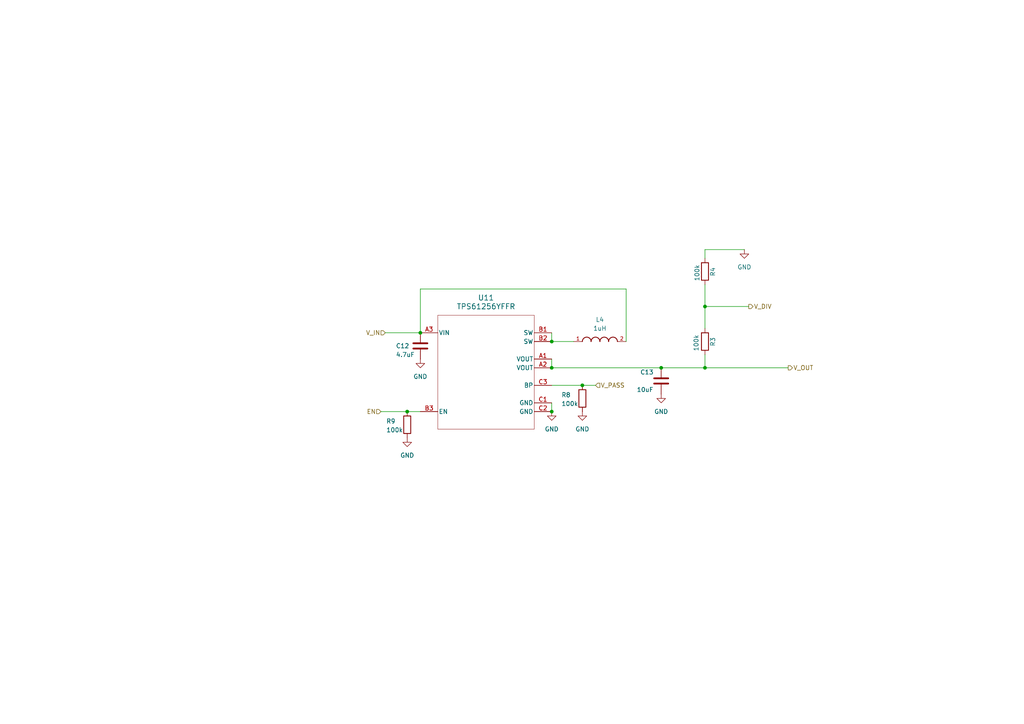
<source format=kicad_sch>
(kicad_sch (version 20250114) (generator "eeschema") (generator_version "9.0")
  (paper "A4")
  (lib_symbols
    (symbol "Boost_SP:TPS61256YFFR" (pin_names (offset 0.254))
      (property "Reference" "U" (at 0 2.54 0))
      (property "Value" "TPS61256YFFR" (at 0 0 0))
      (symbol "TPS61256YFFR_0_1"
        (polyline (pts (xy -12.7 15.24) (xy -12.7 -17.78)) (stroke (width 0.1016)))
        (polyline (pts (xy -12.7 -17.78) (xy 15.24 -17.78)) (stroke (width 0.1016)))
        (polyline (pts (xy 15.24 15.24) (xy -12.7 15.24)) (stroke (width 0.1016)))
        (polyline (pts (xy 15.24 -17.78) (xy 15.24 15.24)) (stroke (width 0.1016)))
        (pin power_in line (at -17.78 10.16 0) (length 5.08) (name "VIN") (number "A3"))
        (pin input line (at -17.78 -12.7 0) (length 5.08) (name "EN") (number "B3"))
        (pin bidirectional line (at 20.32 10.16 180) (length 5.08) (name "SW") (number "B1"))
        (pin bidirectional line (at 20.32 7.62 180) (length 5.08) (name "SW") (number "B2"))
        (pin power_in line (at 20.32 2.54 180) (length 5.08) (name "VOUT") (number "A1"))
        (pin power_in line (at 20.32 0 180) (length 5.08) (name "VOUT") (number "A2"))
        (pin input line (at 20.32 -5.08 180) (length 5.08) (name "BP") (number "C3"))
        (pin power_in line (at 20.32 -10.16 180) (length 5.08) (name "GND") (number "C1"))
        (pin power_in line (at 20.32 -12.7 180) (length 5.08) (name "GND") (number "C2"))
      )
    )
    (symbol "Device:C" (pin_numbers (hide yes)) (pin_names (offset 0.254))
      (property "Reference" "C" (at 0.635 2.54 0))
      (property "Value" "C" (at 0.635 -2.54 0))
      (symbol "C_0_1"
        (polyline (pts (xy -2.032 0.762) (xy 2.032 0.762)) (stroke (width 0.508)))
        (polyline (pts (xy -2.032 -0.762) (xy 2.032 -0.762)) (stroke (width 0.508)))
      )
      (symbol "C_1_1"
        (pin passive line (at 0 3.81 270) (length 2.794) (name "~") (number "1"))
        (pin passive line (at 0 -3.81 90) (length 2.794) (name "~") (number "2"))
      )
    )
    (symbol "Device:R" (pin_numbers (hide yes)) (pin_names (offset 0))
      (property "Reference" "R" (at 2.032 0 90))
      (property "Value" "R" (at 0 0 90))
      (symbol "R_0_1"
        (rectangle (start -1.016 -2.54) (end 1.016 2.54) (stroke (width 0.254)))
      )
      (symbol "R_1_1"
        (pin passive line (at 0 3.81 270) (length 1.27) (name "~") (number "1"))
        (pin passive line (at 0 -3.81 90) (length 1.27) (name "~") (number "2"))
      )
    )
    (symbol "LB3218T1R0M:LB3218T1R0M" (pin_names (offset 1.016))
      (property "Reference" "L" (at -7.62 5.08 0))
      (property "Value" "LB3218T1R0M" (at -7.62 2.54 0))
      (symbol "LB3218T1R0M_0_0"
        (arc (start -5.08 0) (mid -3.81 1.2645) (end -2.54 0) (stroke (width 0.254)))
        (arc (start -2.54 0) (mid -1.27 1.2645) (end 0 0) (stroke (width 0.254)))
        (arc (start 0 0) (mid 1.27 1.2645) (end 2.54 0) (stroke (width 0.254)))
        (arc (start 2.54 0) (mid 3.81 1.2645) (end 5.08 0) (stroke (width 0.254)))
        (pin passive line (at -7.62 0 0) (length 2.54) (name "~") (number "1"))
        (pin passive line (at 7.62 0 180) (length 2.54) (name "~") (number "2"))
      )
    )
    (symbol "power:GND" (power) (pin_numbers (hide yes)) (pin_names (offset 0) (hide yes))
      (property "Value" "GND" (at 0 -3.81 0))
      (symbol "GND_0_1"
        (polyline (pts (xy 0 0) (xy 0 -1.27) (xy 1.27 -1.27) (xy 0 -2.54) (xy -1.27 -1.27) (xy 0 -1.27)))
      )
      (symbol "GND_1_1"
        (pin power_in line (at 0 0 270) (length 0) (name "~") (number "1"))
      )
    )
  )
  (junction (at 160.02 106.68))
  (junction (at 191.77 106.68))
  (junction (at 121.92 96.52))
  (junction (at 204.47 88.9))
  (junction (at 204.47 106.68))
  (junction (at 118.11 119.38))
  (junction (at 160.02 119.38))
  (junction (at 160.02 99.06))
  (junction (at 168.91 111.76))
  (wire (pts (xy 204.47 72.39) (xy 215.9 72.39)))
  (wire (pts (xy 121.92 83.82) (xy 121.92 96.52)))
  (wire (pts (xy 191.77 106.68) (xy 204.47 106.68)))
  (wire (pts (xy 204.47 72.39) (xy 204.47 74.93)))
  (wire (pts (xy 160.02 111.76) (xy 168.91 111.76)))
  (wire (pts (xy 168.91 111.76) (xy 172.72 111.76)))
  (wire (pts (xy 181.61 99.06) (xy 181.61 83.82)))
  (wire (pts (xy 160.02 99.06) (xy 166.37 99.06)))
  (wire (pts (xy 118.11 119.38) (xy 121.92 119.38)))
  (wire (pts (xy 111.76 96.52) (xy 121.92 96.52)))
  (wire (pts (xy 204.47 102.87) (xy 204.47 106.68)))
  (wire (pts (xy 110.49 119.38) (xy 118.11 119.38)))
  (wire (pts (xy 204.47 82.55) (xy 204.47 88.9)))
  (wire (pts (xy 160.02 96.52) (xy 160.02 99.06)))
  (wire (pts (xy 181.61 83.82) (xy 121.92 83.82)))
  (wire (pts (xy 160.02 116.84) (xy 160.02 119.38)))
  (wire (pts (xy 160.02 106.68) (xy 191.77 106.68)))
  (wire (pts (xy 160.02 104.14) (xy 160.02 106.68)))
  (wire (pts (xy 204.47 106.68) (xy 228.6 106.68)))
  (wire (pts (xy 204.47 88.9) (xy 204.47 95.25)))
  (wire (pts (xy 204.47 88.9) (xy 217.17 88.9)))
  (hierarchical_label "V_PASS" (shape input) (at 172.72 111.76 0))
  (hierarchical_label "V_IN" (shape input) (at 111.76 96.52 180))
  (hierarchical_label "EN" (shape input) (at 110.49 119.38 180))
  (hierarchical_label "V_DIV" (shape output) (at 217.17 88.9 0))
  (hierarchical_label "V_OUT" (shape output) (at 228.6 106.68 0))
  (symbol (lib_id "power:GND") (at 191.77 114.3 0) (unit 1)
    (property "Reference" "#PWR039" (effects (hide yes)))
    (property "Value" "GND" (at 191.77 119.38 0))
    (property "Description" "Power symbol creates a global label with name \"GND\" , ground" (effects (hide yes)))
  )
  (symbol (lib_id "power:GND") (at 168.91 119.38 0) (unit 1)
    (property "Reference" "#PWR031" (effects (hide yes)))
    (property "Value" "GND" (at 168.91 124.46 0))
    (property "Description" "Power symbol creates a global label with name \"GND\" , ground" (effects (hide yes)))
  )
  (symbol (lib_id "LB3218T1R0M:LB3218T1R0M") (at 173.99 99.06 0) (unit 1)
    (property "Reference" "L4" (at 173.99 92.71 0))
    (property "Value" "1uH" (at 173.99 95.25 0))
    (property "Footprint" "LB3218T1R0M:INDC3218X200N" (effects (hide yes)))
  )
  (symbol (lib_id "Device:R") (at 118.11 123.19 0) (unit 1)
    (property "Reference" "R9" (at 112.014 122.174 0) (effects (justify left)))
    (property "Value" "100k" (at 112.014 124.714 0) (effects (justify left)))
    (property "Footprint" "Resistor_SMD:R_0603_1608Metric" (effects (hide yes)))
    (property "Description" "Resistor" (effects (hide yes)))
  )
  (symbol (lib_id "Device:R") (at 204.47 78.74 180) (unit 1)
    (property "Reference" "R4" (at 206.756 77.47 90) (effects (justify left)))
    (property "Value" "100k" (at 202.184 76.708 90) (effects (justify left)))
    (property "Footprint" "Resistor_SMD:R_0603_1608Metric" (effects (hide yes)))
    (property "Description" "Resistor" (effects (hide yes)))
  )
  (symbol (lib_id "power:GND") (at 121.92 104.14 0) (unit 1)
    (property "Reference" "#PWR038" (effects (hide yes)))
    (property "Value" "GND" (at 121.92 109.22 0))
    (property "Description" "Power symbol creates a global label with name \"GND\" , ground" (effects (hide yes)))
  )
  (symbol (lib_id "Device:C") (at 191.77 110.49 0) (unit 1)
    (property "Reference" "C13" (at 185.674 107.95 0) (effects (justify left)))
    (property "Value" "10uF" (at 184.658 113.03 0) (effects (justify left)))
    (property "Footprint" "Capacitor_SMD:C_0603_1608Metric" (effects (hide yes)))
    (property "Description" "Unpolarized capacitor" (effects (hide yes)))
  )
  (symbol (lib_id "Boost_SP:TPS61256YFFR") (at 139.7 106.68 0) (unit 1)
    (property "Reference" "U11" (at 140.97 86.36 0) (effects (font (size 1.524 1.524))))
    (property "Value" "TPS61256YFFR" (at 140.97 88.9 0) (effects (font (size 1.524 1.524))))
    (property "Footprint" "YFF0009ACAG" (effects (hide yes)))
    (property "Datasheet" "https://www.ti.com/lit/gpn/tps61256" (effects (hide yes)))
  )
  (symbol (lib_id "Device:C") (at 121.92 100.33 0) (unit 1)
    (property "Reference" "C12" (at 114.808 100.33 0) (effects (justify left)))
    (property "Value" "4.7uF" (at 114.808 102.87 0) (effects (justify left)))
    (property "Footprint" "Capacitor_SMD:C_0603_1608Metric" (effects (hide yes)))
    (property "Description" "Unpolarized capacitor" (effects (hide yes)))
  )
  (symbol (lib_id "Device:R") (at 204.47 99.06 180) (unit 1)
    (property "Reference" "R3" (at 206.756 97.79 90) (effects (justify left)))
    (property "Value" "100k" (at 201.93 97.028 90) (effects (justify left)))
    (property "Footprint" "Resistor_SMD:R_0603_1608Metric" (effects (hide yes)))
    (property "Description" "Resistor" (effects (hide yes)))
  )
  (symbol (lib_id "Device:R") (at 168.91 115.57 0) (unit 1)
    (property "Reference" "R8" (at 162.814 114.554 0) (effects (justify left)))
    (property "Value" "100k" (at 162.814 117.094 0) (effects (justify left)))
    (property "Footprint" "Resistor_SMD:R_0603_1608Metric" (effects (hide yes)))
    (property "Description" "Resistor" (effects (hide yes)))
  )
  (symbol (lib_id "power:GND") (at 160.02 119.38 0) (unit 1)
    (property "Reference" "#PWR029" (effects (hide yes)))
    (property "Value" "GND" (at 160.02 124.46 0))
    (property "Description" "Power symbol creates a global label with name \"GND\" , ground" (effects (hide yes)))
  )
  (symbol (lib_id "power:GND") (at 215.9 72.39 0) (unit 1)
    (property "Reference" "#PWR030" (effects (hide yes)))
    (property "Value" "GND" (at 215.9 77.47 0))
    (property "Description" "Power symbol creates a global label with name \"GND\" , ground" (effects (hide yes)))
  )
  (symbol (lib_id "power:GND") (at 118.11 127 0) (unit 1)
    (property "Reference" "#PWR034" (effects (hide yes)))
    (property "Value" "GND" (at 118.11 132.08 0))
    (property "Description" "Power symbol creates a global label with name \"GND\" , ground" (effects (hide yes)))
  )
)
</source>
